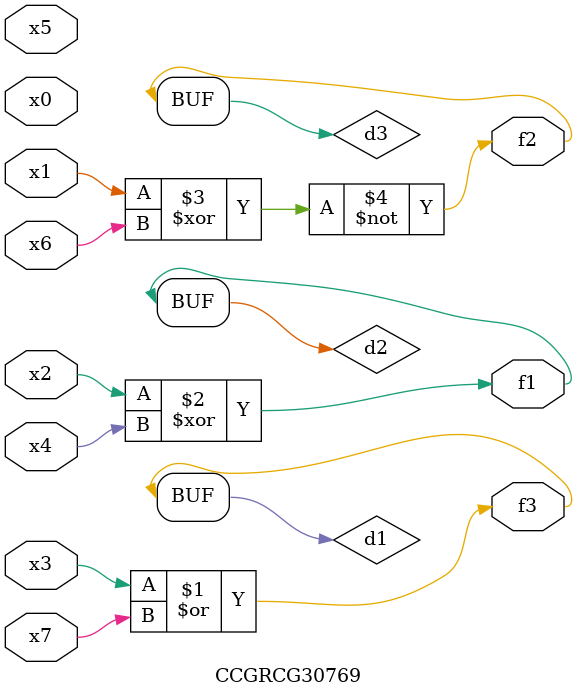
<source format=v>
module CCGRCG30769(
	input x0, x1, x2, x3, x4, x5, x6, x7,
	output f1, f2, f3
);

	wire d1, d2, d3;

	or (d1, x3, x7);
	xor (d2, x2, x4);
	xnor (d3, x1, x6);
	assign f1 = d2;
	assign f2 = d3;
	assign f3 = d1;
endmodule

</source>
